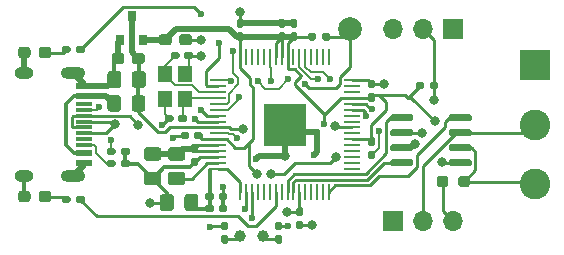
<source format=gbr>
%TF.GenerationSoftware,KiCad,Pcbnew,5.1.8*%
%TF.CreationDate,2020-12-05T00:24:13-05:00*%
%TF.ProjectId,cantankerous,63616e74-616e-46b6-9572-6f75732e6b69,rev?*%
%TF.SameCoordinates,Original*%
%TF.FileFunction,Copper,L1,Top*%
%TF.FilePolarity,Positive*%
%FSLAX46Y46*%
G04 Gerber Fmt 4.6, Leading zero omitted, Abs format (unit mm)*
G04 Created by KiCad (PCBNEW 5.1.8) date 2020-12-05 00:24:13*
%MOMM*%
%LPD*%
G01*
G04 APERTURE LIST*
%TA.AperFunction,ComponentPad*%
%ADD10C,2.600000*%
%TD*%
%TA.AperFunction,ComponentPad*%
%ADD11R,2.600000X2.600000*%
%TD*%
%TA.AperFunction,ComponentPad*%
%ADD12C,1.000000*%
%TD*%
%TA.AperFunction,SMDPad,CuDef*%
%ADD13R,3.606800X3.606800*%
%TD*%
%TA.AperFunction,SMDPad,CuDef*%
%ADD14R,1.346200X0.228600*%
%TD*%
%TA.AperFunction,SMDPad,CuDef*%
%ADD15R,0.228600X1.346200*%
%TD*%
%TA.AperFunction,SMDPad,CuDef*%
%ADD16R,1.200000X1.400000*%
%TD*%
%TA.AperFunction,SMDPad,CuDef*%
%ADD17R,0.800000X0.900000*%
%TD*%
%TA.AperFunction,ComponentPad*%
%ADD18O,1.600000X1.000000*%
%TD*%
%TA.AperFunction,ComponentPad*%
%ADD19O,2.100000X1.000000*%
%TD*%
%TA.AperFunction,SMDPad,CuDef*%
%ADD20R,1.450000X0.300000*%
%TD*%
%TA.AperFunction,SMDPad,CuDef*%
%ADD21R,1.450000X0.600000*%
%TD*%
%TA.AperFunction,ComponentPad*%
%ADD22O,1.700000X1.700000*%
%TD*%
%TA.AperFunction,ComponentPad*%
%ADD23R,1.700000X1.700000*%
%TD*%
%TA.AperFunction,SMDPad,CuDef*%
%ADD24C,2.000000*%
%TD*%
%TA.AperFunction,ViaPad*%
%ADD25C,0.800000*%
%TD*%
%TA.AperFunction,ViaPad*%
%ADD26C,0.600000*%
%TD*%
%TA.AperFunction,Conductor*%
%ADD27C,0.200000*%
%TD*%
%TA.AperFunction,Conductor*%
%ADD28C,0.375000*%
%TD*%
%TA.AperFunction,Conductor*%
%ADD29C,0.250000*%
%TD*%
%TA.AperFunction,Conductor*%
%ADD30C,0.500000*%
%TD*%
%TA.AperFunction,Conductor*%
%ADD31C,0.127000*%
%TD*%
%TA.AperFunction,Conductor*%
%ADD32C,0.177800*%
%TD*%
G04 APERTURE END LIST*
D10*
%TO.P,J3,3*%
%TO.N,/CANL*%
X165989000Y-110410000D03*
%TO.P,J3,2*%
%TO.N,/CANH*%
X165989000Y-105410000D03*
D11*
%TO.P,J3,1*%
%TO.N,GND*%
X165989000Y-100410000D03*
%TD*%
D12*
%TO.P,Y2,1*%
%TO.N,Net-(C17-Pad1)*%
X141033500Y-114871500D03*
%TO.P,Y2,2*%
%TO.N,Net-(C18-Pad2)*%
X142933500Y-114871500D03*
%TD*%
D13*
%TO.P,U1,65*%
%TO.N,GND*%
X144780000Y-105410000D03*
D14*
%TO.P,U1,64*%
X150456900Y-101660000D03*
%TO.P,U1,63*%
%TO.N,Net-(U1-Pad63)*%
X150456900Y-102159999D03*
%TO.P,U1,62*%
%TO.N,Net-(U1-Pad62)*%
X150456900Y-102660000D03*
%TO.P,U1,61*%
%TO.N,+3V3*%
X150456900Y-103159999D03*
%TO.P,U1,60*%
%TO.N,/LPC_TX*%
X150456900Y-103660001D03*
%TO.P,U1,59*%
%TO.N,/LPC_RX*%
X150456900Y-104160000D03*
%TO.P,U1,58*%
%TO.N,Net-(U1-Pad58)*%
X150456900Y-104659999D03*
%TO.P,U1,57*%
%TO.N,Net-(U1-Pad57)*%
X150456900Y-105160000D03*
%TO.P,U1,56*%
%TO.N,/ISP_BOOT*%
X150456900Y-105660000D03*
%TO.P,U1,55*%
%TO.N,Net-(U1-Pad55)*%
X150456900Y-106160001D03*
%TO.P,U1,54*%
%TO.N,+3V3*%
X150456900Y-106660000D03*
%TO.P,U1,53*%
%TO.N,Net-(U1-Pad53)*%
X150456900Y-107159999D03*
%TO.P,U1,52*%
%TO.N,Net-(U1-Pad52)*%
X150456900Y-107660001D03*
%TO.P,U1,51*%
%TO.N,Net-(U1-Pad51)*%
X150456900Y-108160000D03*
%TO.P,U1,50*%
%TO.N,Net-(U1-Pad50)*%
X150456900Y-108660001D03*
%TO.P,U1,49*%
%TO.N,Net-(U1-Pad49)*%
X150456900Y-109160000D03*
D15*
%TO.P,U1,48*%
%TO.N,/CAN_SILENT*%
X148530000Y-111086900D03*
%TO.P,U1,47*%
%TO.N,Net-(U1-Pad47)*%
X148030001Y-111086900D03*
%TO.P,U1,46*%
%TO.N,Net-(U1-Pad46)*%
X147530000Y-111086900D03*
%TO.P,U1,45*%
%TO.N,Net-(U1-Pad45)*%
X147030001Y-111086900D03*
%TO.P,U1,44*%
%TO.N,Net-(U1-Pad44)*%
X146529999Y-111086900D03*
%TO.P,U1,43*%
%TO.N,+3V3*%
X146030000Y-111086900D03*
%TO.P,U1,42*%
%TO.N,/CAN_RD*%
X145530001Y-111086900D03*
%TO.P,U1,41*%
%TO.N,/CAN_TD*%
X145030000Y-111086900D03*
%TO.P,U1,40*%
%TO.N,Net-(U1-Pad40)*%
X144530000Y-111086900D03*
%TO.P,U1,39*%
%TO.N,/PWR*%
X144029999Y-111086900D03*
%TO.P,U1,38*%
%TO.N,Net-(U1-Pad38)*%
X143530000Y-111086900D03*
%TO.P,U1,37*%
%TO.N,Net-(U1-Pad37)*%
X143030001Y-111086900D03*
%TO.P,U1,36*%
%TO.N,Net-(U1-Pad36)*%
X142529999Y-111086900D03*
%TO.P,U1,35*%
%TO.N,Net-(C18-Pad2)*%
X142030000Y-111086900D03*
%TO.P,U1,34*%
%TO.N,Net-(C17-Pad1)*%
X141529999Y-111086900D03*
%TO.P,U1,33*%
%TO.N,Net-(C10-Pad1)*%
X141030000Y-111086900D03*
D14*
%TO.P,U1,32*%
X139103100Y-109160000D03*
%TO.P,U1,31*%
%TO.N,Net-(L1-Pad1)*%
X139103100Y-108660001D03*
%TO.P,U1,30*%
%TO.N,GND*%
X139103100Y-108160000D03*
%TO.P,U1,29*%
%TO.N,Net-(C11-Pad2)*%
X139103100Y-107660001D03*
%TO.P,U1,28*%
X139103100Y-107159999D03*
%TO.P,U1,27*%
%TO.N,+3V3*%
X139103100Y-106660000D03*
%TO.P,U1,26*%
%TO.N,GND*%
X139103100Y-106160001D03*
%TO.P,U1,25*%
%TO.N,/FUSED_5V*%
X139103100Y-105660000D03*
%TO.P,U1,24*%
%TO.N,/USB_D-*%
X139103100Y-105160000D03*
%TO.P,U1,23*%
%TO.N,/USB_D+*%
X139103100Y-104659999D03*
%TO.P,U1,22*%
%TO.N,GND*%
X139103100Y-104160000D03*
%TO.P,U1,21*%
%TO.N,/~RESET*%
X139103100Y-103660001D03*
%TO.P,U1,20*%
%TO.N,Net-(C13-Pad1)*%
X139103100Y-103159999D03*
%TO.P,U1,19*%
%TO.N,Net-(C14-Pad2)*%
X139103100Y-102660000D03*
%TO.P,U1,18*%
%TO.N,/ACT*%
X139103100Y-102159999D03*
%TO.P,U1,17*%
%TO.N,/SWO*%
X139103100Y-101660000D03*
D15*
%TO.P,U1,16*%
%TO.N,+3V3*%
X141030000Y-99733100D03*
%TO.P,U1,15*%
%TO.N,Net-(U1-Pad15)*%
X141529999Y-99733100D03*
%TO.P,U1,14*%
%TO.N,Net-(U1-Pad14)*%
X142030000Y-99733100D03*
%TO.P,U1,13*%
%TO.N,Net-(U1-Pad13)*%
X142529999Y-99733100D03*
%TO.P,U1,12*%
%TO.N,Net-(U1-Pad12)*%
X143030001Y-99733100D03*
%TO.P,U1,11*%
%TO.N,GND*%
X143530000Y-99733100D03*
%TO.P,U1,10*%
%TO.N,+3V3*%
X144029999Y-99733100D03*
%TO.P,U1,9*%
X144530000Y-99733100D03*
%TO.P,U1,8*%
X145030000Y-99733100D03*
%TO.P,U1,7*%
%TO.N,Net-(U1-Pad7)*%
X145530001Y-99733100D03*
%TO.P,U1,6*%
%TO.N,/SWCLK*%
X146030000Y-99733100D03*
%TO.P,U1,5*%
%TO.N,/SWDIO*%
X146529999Y-99733100D03*
%TO.P,U1,4*%
%TO.N,Net-(U1-Pad4)*%
X147030001Y-99733100D03*
%TO.P,U1,3*%
%TO.N,Net-(U1-Pad3)*%
X147530000Y-99733100D03*
%TO.P,U1,2*%
%TO.N,Net-(U1-Pad2)*%
X148030001Y-99733100D03*
%TO.P,U1,1*%
%TO.N,Net-(U1-Pad1)*%
X148530000Y-99733100D03*
%TD*%
D16*
%TO.P,Y1,4*%
%TO.N,GND*%
X134620000Y-103292000D03*
%TO.P,Y1,3*%
%TO.N,Net-(C14-Pad2)*%
X134620000Y-101092000D03*
%TO.P,Y1,2*%
%TO.N,GND*%
X136320000Y-101092000D03*
%TO.P,Y1,1*%
%TO.N,Net-(C13-Pad1)*%
X136320000Y-103292000D03*
%TD*%
%TO.P,C19,2*%
%TO.N,GND*%
%TA.AperFunction,SMDPad,CuDef*%
G36*
G01*
X130953000Y-101125000D02*
X130953000Y-102075000D01*
G75*
G02*
X130703000Y-102325000I-250000J0D01*
G01*
X130028000Y-102325000D01*
G75*
G02*
X129778000Y-102075000I0J250000D01*
G01*
X129778000Y-101125000D01*
G75*
G02*
X130028000Y-100875000I250000J0D01*
G01*
X130703000Y-100875000D01*
G75*
G02*
X130953000Y-101125000I0J-250000D01*
G01*
G37*
%TD.AperFunction*%
%TO.P,C19,1*%
%TO.N,/FUSED_5V*%
%TA.AperFunction,SMDPad,CuDef*%
G36*
G01*
X133028000Y-101125000D02*
X133028000Y-102075000D01*
G75*
G02*
X132778000Y-102325000I-250000J0D01*
G01*
X132103000Y-102325000D01*
G75*
G02*
X131853000Y-102075000I0J250000D01*
G01*
X131853000Y-101125000D01*
G75*
G02*
X132103000Y-100875000I250000J0D01*
G01*
X132778000Y-100875000D01*
G75*
G02*
X133028000Y-101125000I0J-250000D01*
G01*
G37*
%TD.AperFunction*%
%TD*%
%TO.P,C2,2*%
%TO.N,GND*%
%TA.AperFunction,SMDPad,CuDef*%
G36*
G01*
X135860500Y-98472000D02*
X135860500Y-97997000D01*
G75*
G02*
X136098000Y-97759500I237500J0D01*
G01*
X136698000Y-97759500D01*
G75*
G02*
X136935500Y-97997000I0J-237500D01*
G01*
X136935500Y-98472000D01*
G75*
G02*
X136698000Y-98709500I-237500J0D01*
G01*
X136098000Y-98709500D01*
G75*
G02*
X135860500Y-98472000I0J237500D01*
G01*
G37*
%TD.AperFunction*%
%TO.P,C2,1*%
%TO.N,+3V3*%
%TA.AperFunction,SMDPad,CuDef*%
G36*
G01*
X134135500Y-98472000D02*
X134135500Y-97997000D01*
G75*
G02*
X134373000Y-97759500I237500J0D01*
G01*
X134973000Y-97759500D01*
G75*
G02*
X135210500Y-97997000I0J-237500D01*
G01*
X135210500Y-98472000D01*
G75*
G02*
X134973000Y-98709500I-237500J0D01*
G01*
X134373000Y-98709500D01*
G75*
G02*
X134135500Y-98472000I0J237500D01*
G01*
G37*
%TD.AperFunction*%
%TD*%
%TO.P,C1,2*%
%TO.N,GND*%
%TA.AperFunction,SMDPad,CuDef*%
G36*
G01*
X131210000Y-99584500D02*
X131210000Y-100059500D01*
G75*
G02*
X130972500Y-100297000I-237500J0D01*
G01*
X130372500Y-100297000D01*
G75*
G02*
X130135000Y-100059500I0J237500D01*
G01*
X130135000Y-99584500D01*
G75*
G02*
X130372500Y-99347000I237500J0D01*
G01*
X130972500Y-99347000D01*
G75*
G02*
X131210000Y-99584500I0J-237500D01*
G01*
G37*
%TD.AperFunction*%
%TO.P,C1,1*%
%TO.N,/FUSED_5V*%
%TA.AperFunction,SMDPad,CuDef*%
G36*
G01*
X132935000Y-99584500D02*
X132935000Y-100059500D01*
G75*
G02*
X132697500Y-100297000I-237500J0D01*
G01*
X132097500Y-100297000D01*
G75*
G02*
X131860000Y-100059500I0J237500D01*
G01*
X131860000Y-99584500D01*
G75*
G02*
X132097500Y-99347000I237500J0D01*
G01*
X132697500Y-99347000D01*
G75*
G02*
X132935000Y-99584500I0J-237500D01*
G01*
G37*
%TD.AperFunction*%
%TD*%
D17*
%TO.P,U2,3*%
%TO.N,/FUSED_5V*%
X131823500Y-96234500D03*
%TO.P,U2,2*%
%TO.N,+3V3*%
X132773500Y-98234500D03*
%TO.P,U2,1*%
%TO.N,GND*%
X130873500Y-98234500D03*
%TD*%
%TO.P,R10,2*%
%TO.N,Net-(D2-Pad2)*%
%TA.AperFunction,SMDPad,CuDef*%
G36*
G01*
X126659000Y-111600000D02*
X126659000Y-111920000D01*
G75*
G02*
X126499000Y-112080000I-160000J0D01*
G01*
X126104000Y-112080000D01*
G75*
G02*
X125944000Y-111920000I0J160000D01*
G01*
X125944000Y-111600000D01*
G75*
G02*
X126104000Y-111440000I160000J0D01*
G01*
X126499000Y-111440000D01*
G75*
G02*
X126659000Y-111600000I0J-160000D01*
G01*
G37*
%TD.AperFunction*%
%TO.P,R10,1*%
%TO.N,/PWR*%
%TA.AperFunction,SMDPad,CuDef*%
G36*
G01*
X127854000Y-111600000D02*
X127854000Y-111920000D01*
G75*
G02*
X127694000Y-112080000I-160000J0D01*
G01*
X127299000Y-112080000D01*
G75*
G02*
X127139000Y-111920000I0J160000D01*
G01*
X127139000Y-111600000D01*
G75*
G02*
X127299000Y-111440000I160000J0D01*
G01*
X127694000Y-111440000D01*
G75*
G02*
X127854000Y-111600000I0J-160000D01*
G01*
G37*
%TD.AperFunction*%
%TD*%
%TO.P,R9,2*%
%TO.N,Net-(D1-Pad2)*%
%TA.AperFunction,SMDPad,CuDef*%
G36*
G01*
X126659000Y-98900000D02*
X126659000Y-99220000D01*
G75*
G02*
X126499000Y-99380000I-160000J0D01*
G01*
X126104000Y-99380000D01*
G75*
G02*
X125944000Y-99220000I0J160000D01*
G01*
X125944000Y-98900000D01*
G75*
G02*
X126104000Y-98740000I160000J0D01*
G01*
X126499000Y-98740000D01*
G75*
G02*
X126659000Y-98900000I0J-160000D01*
G01*
G37*
%TD.AperFunction*%
%TO.P,R9,1*%
%TO.N,/ACT*%
%TA.AperFunction,SMDPad,CuDef*%
G36*
G01*
X127854000Y-98900000D02*
X127854000Y-99220000D01*
G75*
G02*
X127694000Y-99380000I-160000J0D01*
G01*
X127299000Y-99380000D01*
G75*
G02*
X127139000Y-99220000I0J160000D01*
G01*
X127139000Y-98900000D01*
G75*
G02*
X127299000Y-98740000I160000J0D01*
G01*
X127694000Y-98740000D01*
G75*
G02*
X127854000Y-98900000I0J-160000D01*
G01*
G37*
%TD.AperFunction*%
%TD*%
%TO.P,D2,2*%
%TO.N,Net-(D2-Pad2)*%
%TA.AperFunction,SMDPad,CuDef*%
G36*
G01*
X123970500Y-111743500D02*
X123970500Y-111268500D01*
G75*
G02*
X124208000Y-111031000I237500J0D01*
G01*
X124783000Y-111031000D01*
G75*
G02*
X125020500Y-111268500I0J-237500D01*
G01*
X125020500Y-111743500D01*
G75*
G02*
X124783000Y-111981000I-237500J0D01*
G01*
X124208000Y-111981000D01*
G75*
G02*
X123970500Y-111743500I0J237500D01*
G01*
G37*
%TD.AperFunction*%
%TO.P,D2,1*%
%TO.N,GND*%
%TA.AperFunction,SMDPad,CuDef*%
G36*
G01*
X122220500Y-111743500D02*
X122220500Y-111268500D01*
G75*
G02*
X122458000Y-111031000I237500J0D01*
G01*
X123033000Y-111031000D01*
G75*
G02*
X123270500Y-111268500I0J-237500D01*
G01*
X123270500Y-111743500D01*
G75*
G02*
X123033000Y-111981000I-237500J0D01*
G01*
X122458000Y-111981000D01*
G75*
G02*
X122220500Y-111743500I0J237500D01*
G01*
G37*
%TD.AperFunction*%
%TD*%
%TO.P,D1,2*%
%TO.N,Net-(D1-Pad2)*%
%TA.AperFunction,SMDPad,CuDef*%
G36*
G01*
X123970500Y-99551500D02*
X123970500Y-99076500D01*
G75*
G02*
X124208000Y-98839000I237500J0D01*
G01*
X124783000Y-98839000D01*
G75*
G02*
X125020500Y-99076500I0J-237500D01*
G01*
X125020500Y-99551500D01*
G75*
G02*
X124783000Y-99789000I-237500J0D01*
G01*
X124208000Y-99789000D01*
G75*
G02*
X123970500Y-99551500I0J237500D01*
G01*
G37*
%TD.AperFunction*%
%TO.P,D1,1*%
%TO.N,GND*%
%TA.AperFunction,SMDPad,CuDef*%
G36*
G01*
X122220500Y-99551500D02*
X122220500Y-99076500D01*
G75*
G02*
X122458000Y-98839000I237500J0D01*
G01*
X123033000Y-98839000D01*
G75*
G02*
X123270500Y-99076500I0J-237500D01*
G01*
X123270500Y-99551500D01*
G75*
G02*
X123033000Y-99789000I-237500J0D01*
G01*
X122458000Y-99789000D01*
G75*
G02*
X122220500Y-99551500I0J237500D01*
G01*
G37*
%TD.AperFunction*%
%TD*%
%TO.P,C3,1*%
%TO.N,GND*%
%TA.AperFunction,SMDPad,CuDef*%
G36*
G01*
X135975000Y-106517500D02*
X135975000Y-106207500D01*
G75*
G02*
X136130000Y-106052500I155000J0D01*
G01*
X136555000Y-106052500D01*
G75*
G02*
X136710000Y-106207500I0J-155000D01*
G01*
X136710000Y-106517500D01*
G75*
G02*
X136555000Y-106672500I-155000J0D01*
G01*
X136130000Y-106672500D01*
G75*
G02*
X135975000Y-106517500I0J155000D01*
G01*
G37*
%TD.AperFunction*%
%TO.P,C3,2*%
%TO.N,+3V3*%
%TA.AperFunction,SMDPad,CuDef*%
G36*
G01*
X137110000Y-106517500D02*
X137110000Y-106207500D01*
G75*
G02*
X137265000Y-106052500I155000J0D01*
G01*
X137690000Y-106052500D01*
G75*
G02*
X137845000Y-106207500I0J-155000D01*
G01*
X137845000Y-106517500D01*
G75*
G02*
X137690000Y-106672500I-155000J0D01*
G01*
X137265000Y-106672500D01*
G75*
G02*
X137110000Y-106517500I0J155000D01*
G01*
G37*
%TD.AperFunction*%
%TD*%
%TO.P,C4,1*%
%TO.N,GND*%
%TA.AperFunction,SMDPad,CuDef*%
G36*
G01*
X140878500Y-96478000D02*
X141188500Y-96478000D01*
G75*
G02*
X141343500Y-96633000I0J-155000D01*
G01*
X141343500Y-97058000D01*
G75*
G02*
X141188500Y-97213000I-155000J0D01*
G01*
X140878500Y-97213000D01*
G75*
G02*
X140723500Y-97058000I0J155000D01*
G01*
X140723500Y-96633000D01*
G75*
G02*
X140878500Y-96478000I155000J0D01*
G01*
G37*
%TD.AperFunction*%
%TO.P,C4,2*%
%TO.N,+3V3*%
%TA.AperFunction,SMDPad,CuDef*%
G36*
G01*
X140878500Y-97613000D02*
X141188500Y-97613000D01*
G75*
G02*
X141343500Y-97768000I0J-155000D01*
G01*
X141343500Y-98193000D01*
G75*
G02*
X141188500Y-98348000I-155000J0D01*
G01*
X140878500Y-98348000D01*
G75*
G02*
X140723500Y-98193000I0J155000D01*
G01*
X140723500Y-97768000D01*
G75*
G02*
X140878500Y-97613000I155000J0D01*
G01*
G37*
%TD.AperFunction*%
%TD*%
%TO.P,C5,2*%
%TO.N,+3V3*%
%TA.AperFunction,SMDPad,CuDef*%
G36*
G01*
X151991000Y-102756500D02*
X152301000Y-102756500D01*
G75*
G02*
X152456000Y-102911500I0J-155000D01*
G01*
X152456000Y-103336500D01*
G75*
G02*
X152301000Y-103491500I-155000J0D01*
G01*
X151991000Y-103491500D01*
G75*
G02*
X151836000Y-103336500I0J155000D01*
G01*
X151836000Y-102911500D01*
G75*
G02*
X151991000Y-102756500I155000J0D01*
G01*
G37*
%TD.AperFunction*%
%TO.P,C5,1*%
%TO.N,GND*%
%TA.AperFunction,SMDPad,CuDef*%
G36*
G01*
X151991000Y-101621500D02*
X152301000Y-101621500D01*
G75*
G02*
X152456000Y-101776500I0J-155000D01*
G01*
X152456000Y-102201500D01*
G75*
G02*
X152301000Y-102356500I-155000J0D01*
G01*
X151991000Y-102356500D01*
G75*
G02*
X151836000Y-102201500I0J155000D01*
G01*
X151836000Y-101776500D01*
G75*
G02*
X151991000Y-101621500I155000J0D01*
G01*
G37*
%TD.AperFunction*%
%TD*%
%TO.P,C6,1*%
%TO.N,GND*%
%TA.AperFunction,SMDPad,CuDef*%
G36*
G01*
X145387000Y-96478000D02*
X145697000Y-96478000D01*
G75*
G02*
X145852000Y-96633000I0J-155000D01*
G01*
X145852000Y-97058000D01*
G75*
G02*
X145697000Y-97213000I-155000J0D01*
G01*
X145387000Y-97213000D01*
G75*
G02*
X145232000Y-97058000I0J155000D01*
G01*
X145232000Y-96633000D01*
G75*
G02*
X145387000Y-96478000I155000J0D01*
G01*
G37*
%TD.AperFunction*%
%TO.P,C6,2*%
%TO.N,+3V3*%
%TA.AperFunction,SMDPad,CuDef*%
G36*
G01*
X145387000Y-97613000D02*
X145697000Y-97613000D01*
G75*
G02*
X145852000Y-97768000I0J-155000D01*
G01*
X145852000Y-98193000D01*
G75*
G02*
X145697000Y-98348000I-155000J0D01*
G01*
X145387000Y-98348000D01*
G75*
G02*
X145232000Y-98193000I0J155000D01*
G01*
X145232000Y-97768000D01*
G75*
G02*
X145387000Y-97613000I155000J0D01*
G01*
G37*
%TD.AperFunction*%
%TD*%
%TO.P,C7,1*%
%TO.N,GND*%
%TA.AperFunction,SMDPad,CuDef*%
G36*
G01*
X144371000Y-96470000D02*
X144681000Y-96470000D01*
G75*
G02*
X144836000Y-96625000I0J-155000D01*
G01*
X144836000Y-97050000D01*
G75*
G02*
X144681000Y-97205000I-155000J0D01*
G01*
X144371000Y-97205000D01*
G75*
G02*
X144216000Y-97050000I0J155000D01*
G01*
X144216000Y-96625000D01*
G75*
G02*
X144371000Y-96470000I155000J0D01*
G01*
G37*
%TD.AperFunction*%
%TO.P,C7,2*%
%TO.N,+3V3*%
%TA.AperFunction,SMDPad,CuDef*%
G36*
G01*
X144371000Y-97605000D02*
X144681000Y-97605000D01*
G75*
G02*
X144836000Y-97760000I0J-155000D01*
G01*
X144836000Y-98185000D01*
G75*
G02*
X144681000Y-98340000I-155000J0D01*
G01*
X144371000Y-98340000D01*
G75*
G02*
X144216000Y-98185000I0J155000D01*
G01*
X144216000Y-97760000D01*
G75*
G02*
X144371000Y-97605000I155000J0D01*
G01*
G37*
%TD.AperFunction*%
%TD*%
%TO.P,C8,1*%
%TO.N,GND*%
%TA.AperFunction,SMDPad,CuDef*%
G36*
G01*
X146205000Y-114286500D02*
X145895000Y-114286500D01*
G75*
G02*
X145740000Y-114131500I0J155000D01*
G01*
X145740000Y-113706500D01*
G75*
G02*
X145895000Y-113551500I155000J0D01*
G01*
X146205000Y-113551500D01*
G75*
G02*
X146360000Y-113706500I0J-155000D01*
G01*
X146360000Y-114131500D01*
G75*
G02*
X146205000Y-114286500I-155000J0D01*
G01*
G37*
%TD.AperFunction*%
%TO.P,C8,2*%
%TO.N,+3V3*%
%TA.AperFunction,SMDPad,CuDef*%
G36*
G01*
X146205000Y-113151500D02*
X145895000Y-113151500D01*
G75*
G02*
X145740000Y-112996500I0J155000D01*
G01*
X145740000Y-112571500D01*
G75*
G02*
X145895000Y-112416500I155000J0D01*
G01*
X146205000Y-112416500D01*
G75*
G02*
X146360000Y-112571500I0J-155000D01*
G01*
X146360000Y-112996500D01*
G75*
G02*
X146205000Y-113151500I-155000J0D01*
G01*
G37*
%TD.AperFunction*%
%TD*%
%TO.P,C9,2*%
%TO.N,+3V3*%
%TA.AperFunction,SMDPad,CuDef*%
G36*
G01*
X152301000Y-107238000D02*
X151991000Y-107238000D01*
G75*
G02*
X151836000Y-107083000I0J155000D01*
G01*
X151836000Y-106658000D01*
G75*
G02*
X151991000Y-106503000I155000J0D01*
G01*
X152301000Y-106503000D01*
G75*
G02*
X152456000Y-106658000I0J-155000D01*
G01*
X152456000Y-107083000D01*
G75*
G02*
X152301000Y-107238000I-155000J0D01*
G01*
G37*
%TD.AperFunction*%
%TO.P,C9,1*%
%TO.N,GND*%
%TA.AperFunction,SMDPad,CuDef*%
G36*
G01*
X152301000Y-108373000D02*
X151991000Y-108373000D01*
G75*
G02*
X151836000Y-108218000I0J155000D01*
G01*
X151836000Y-107793000D01*
G75*
G02*
X151991000Y-107638000I155000J0D01*
G01*
X152301000Y-107638000D01*
G75*
G02*
X152456000Y-107793000I0J-155000D01*
G01*
X152456000Y-108218000D01*
G75*
G02*
X152301000Y-108373000I-155000J0D01*
G01*
G37*
%TD.AperFunction*%
%TD*%
%TO.P,C10,2*%
%TO.N,GND*%
%TA.AperFunction,SMDPad,CuDef*%
G36*
G01*
X139197500Y-111661000D02*
X139197500Y-111351000D01*
G75*
G02*
X139352500Y-111196000I155000J0D01*
G01*
X139777500Y-111196000D01*
G75*
G02*
X139932500Y-111351000I0J-155000D01*
G01*
X139932500Y-111661000D01*
G75*
G02*
X139777500Y-111816000I-155000J0D01*
G01*
X139352500Y-111816000D01*
G75*
G02*
X139197500Y-111661000I0J155000D01*
G01*
G37*
%TD.AperFunction*%
%TO.P,C10,1*%
%TO.N,Net-(C10-Pad1)*%
%TA.AperFunction,SMDPad,CuDef*%
G36*
G01*
X138062500Y-111661000D02*
X138062500Y-111351000D01*
G75*
G02*
X138217500Y-111196000I155000J0D01*
G01*
X138642500Y-111196000D01*
G75*
G02*
X138797500Y-111351000I0J-155000D01*
G01*
X138797500Y-111661000D01*
G75*
G02*
X138642500Y-111816000I-155000J0D01*
G01*
X138217500Y-111816000D01*
G75*
G02*
X138062500Y-111661000I0J155000D01*
G01*
G37*
%TD.AperFunction*%
%TD*%
%TO.P,C11,2*%
%TO.N,Net-(C11-Pad2)*%
%TA.AperFunction,SMDPad,CuDef*%
G36*
G01*
X137315000Y-107809500D02*
X137005000Y-107809500D01*
G75*
G02*
X136850000Y-107654500I0J155000D01*
G01*
X136850000Y-107229500D01*
G75*
G02*
X137005000Y-107074500I155000J0D01*
G01*
X137315000Y-107074500D01*
G75*
G02*
X137470000Y-107229500I0J-155000D01*
G01*
X137470000Y-107654500D01*
G75*
G02*
X137315000Y-107809500I-155000J0D01*
G01*
G37*
%TD.AperFunction*%
%TO.P,C11,1*%
%TO.N,GND*%
%TA.AperFunction,SMDPad,CuDef*%
G36*
G01*
X137315000Y-108944500D02*
X137005000Y-108944500D01*
G75*
G02*
X136850000Y-108789500I0J155000D01*
G01*
X136850000Y-108364500D01*
G75*
G02*
X137005000Y-108209500I155000J0D01*
G01*
X137315000Y-108209500D01*
G75*
G02*
X137470000Y-108364500I0J-155000D01*
G01*
X137470000Y-108789500D01*
G75*
G02*
X137315000Y-108944500I-155000J0D01*
G01*
G37*
%TD.AperFunction*%
%TD*%
%TO.P,C12,1*%
%TO.N,Net-(C10-Pad1)*%
%TA.AperFunction,SMDPad,CuDef*%
G36*
G01*
X138062500Y-112677000D02*
X138062500Y-112367000D01*
G75*
G02*
X138217500Y-112212000I155000J0D01*
G01*
X138642500Y-112212000D01*
G75*
G02*
X138797500Y-112367000I0J-155000D01*
G01*
X138797500Y-112677000D01*
G75*
G02*
X138642500Y-112832000I-155000J0D01*
G01*
X138217500Y-112832000D01*
G75*
G02*
X138062500Y-112677000I0J155000D01*
G01*
G37*
%TD.AperFunction*%
%TO.P,C12,2*%
%TO.N,GND*%
%TA.AperFunction,SMDPad,CuDef*%
G36*
G01*
X139197500Y-112677000D02*
X139197500Y-112367000D01*
G75*
G02*
X139352500Y-112212000I155000J0D01*
G01*
X139777500Y-112212000D01*
G75*
G02*
X139932500Y-112367000I0J-155000D01*
G01*
X139932500Y-112677000D01*
G75*
G02*
X139777500Y-112832000I-155000J0D01*
G01*
X139352500Y-112832000D01*
G75*
G02*
X139197500Y-112677000I0J155000D01*
G01*
G37*
%TD.AperFunction*%
%TD*%
%TO.P,C13,2*%
%TO.N,GND*%
%TA.AperFunction,SMDPad,CuDef*%
G36*
G01*
X135376500Y-104747000D02*
X135376500Y-105057000D01*
G75*
G02*
X135221500Y-105212000I-155000J0D01*
G01*
X134796500Y-105212000D01*
G75*
G02*
X134641500Y-105057000I0J155000D01*
G01*
X134641500Y-104747000D01*
G75*
G02*
X134796500Y-104592000I155000J0D01*
G01*
X135221500Y-104592000D01*
G75*
G02*
X135376500Y-104747000I0J-155000D01*
G01*
G37*
%TD.AperFunction*%
%TO.P,C13,1*%
%TO.N,Net-(C13-Pad1)*%
%TA.AperFunction,SMDPad,CuDef*%
G36*
G01*
X136511500Y-104747000D02*
X136511500Y-105057000D01*
G75*
G02*
X136356500Y-105212000I-155000J0D01*
G01*
X135931500Y-105212000D01*
G75*
G02*
X135776500Y-105057000I0J155000D01*
G01*
X135776500Y-104747000D01*
G75*
G02*
X135931500Y-104592000I155000J0D01*
G01*
X136356500Y-104592000D01*
G75*
G02*
X136511500Y-104747000I0J-155000D01*
G01*
G37*
%TD.AperFunction*%
%TD*%
%TO.P,C14,1*%
%TO.N,GND*%
%TA.AperFunction,SMDPad,CuDef*%
G36*
G01*
X137019500Y-99413000D02*
X137019500Y-99723000D01*
G75*
G02*
X136864500Y-99878000I-155000J0D01*
G01*
X136439500Y-99878000D01*
G75*
G02*
X136284500Y-99723000I0J155000D01*
G01*
X136284500Y-99413000D01*
G75*
G02*
X136439500Y-99258000I155000J0D01*
G01*
X136864500Y-99258000D01*
G75*
G02*
X137019500Y-99413000I0J-155000D01*
G01*
G37*
%TD.AperFunction*%
%TO.P,C14,2*%
%TO.N,Net-(C14-Pad2)*%
%TA.AperFunction,SMDPad,CuDef*%
G36*
G01*
X135884500Y-99413000D02*
X135884500Y-99723000D01*
G75*
G02*
X135729500Y-99878000I-155000J0D01*
G01*
X135304500Y-99878000D01*
G75*
G02*
X135149500Y-99723000I0J155000D01*
G01*
X135149500Y-99413000D01*
G75*
G02*
X135304500Y-99258000I155000J0D01*
G01*
X135729500Y-99258000D01*
G75*
G02*
X135884500Y-99413000I0J-155000D01*
G01*
G37*
%TD.AperFunction*%
%TD*%
%TO.P,C15,1*%
%TO.N,Net-(C10-Pad1)*%
%TA.AperFunction,SMDPad,CuDef*%
G36*
G01*
X137473000Y-111539000D02*
X137473000Y-112489000D01*
G75*
G02*
X137223000Y-112739000I-250000J0D01*
G01*
X136548000Y-112739000D01*
G75*
G02*
X136298000Y-112489000I0J250000D01*
G01*
X136298000Y-111539000D01*
G75*
G02*
X136548000Y-111289000I250000J0D01*
G01*
X137223000Y-111289000D01*
G75*
G02*
X137473000Y-111539000I0J-250000D01*
G01*
G37*
%TD.AperFunction*%
%TO.P,C15,2*%
%TO.N,GND*%
%TA.AperFunction,SMDPad,CuDef*%
G36*
G01*
X135398000Y-111539000D02*
X135398000Y-112489000D01*
G75*
G02*
X135148000Y-112739000I-250000J0D01*
G01*
X134473000Y-112739000D01*
G75*
G02*
X134223000Y-112489000I0J250000D01*
G01*
X134223000Y-111539000D01*
G75*
G02*
X134473000Y-111289000I250000J0D01*
G01*
X135148000Y-111289000D01*
G75*
G02*
X135398000Y-111539000I0J-250000D01*
G01*
G37*
%TD.AperFunction*%
%TD*%
%TO.P,C16,2*%
%TO.N,Net-(C11-Pad2)*%
%TA.AperFunction,SMDPad,CuDef*%
G36*
G01*
X134079000Y-108494500D02*
X133129000Y-108494500D01*
G75*
G02*
X132879000Y-108244500I0J250000D01*
G01*
X132879000Y-107569500D01*
G75*
G02*
X133129000Y-107319500I250000J0D01*
G01*
X134079000Y-107319500D01*
G75*
G02*
X134329000Y-107569500I0J-250000D01*
G01*
X134329000Y-108244500D01*
G75*
G02*
X134079000Y-108494500I-250000J0D01*
G01*
G37*
%TD.AperFunction*%
%TO.P,C16,1*%
%TO.N,GND*%
%TA.AperFunction,SMDPad,CuDef*%
G36*
G01*
X134079000Y-110569500D02*
X133129000Y-110569500D01*
G75*
G02*
X132879000Y-110319500I0J250000D01*
G01*
X132879000Y-109644500D01*
G75*
G02*
X133129000Y-109394500I250000J0D01*
G01*
X134079000Y-109394500D01*
G75*
G02*
X134329000Y-109644500I0J-250000D01*
G01*
X134329000Y-110319500D01*
G75*
G02*
X134079000Y-110569500I-250000J0D01*
G01*
G37*
%TD.AperFunction*%
%TD*%
%TO.P,C17,1*%
%TO.N,Net-(C17-Pad1)*%
%TA.AperFunction,SMDPad,CuDef*%
G36*
G01*
X139855000Y-115493000D02*
X139545000Y-115493000D01*
G75*
G02*
X139390000Y-115338000I0J155000D01*
G01*
X139390000Y-114913000D01*
G75*
G02*
X139545000Y-114758000I155000J0D01*
G01*
X139855000Y-114758000D01*
G75*
G02*
X140010000Y-114913000I0J-155000D01*
G01*
X140010000Y-115338000D01*
G75*
G02*
X139855000Y-115493000I-155000J0D01*
G01*
G37*
%TD.AperFunction*%
%TO.P,C17,2*%
%TO.N,GND*%
%TA.AperFunction,SMDPad,CuDef*%
G36*
G01*
X139855000Y-114358000D02*
X139545000Y-114358000D01*
G75*
G02*
X139390000Y-114203000I0J155000D01*
G01*
X139390000Y-113778000D01*
G75*
G02*
X139545000Y-113623000I155000J0D01*
G01*
X139855000Y-113623000D01*
G75*
G02*
X140010000Y-113778000I0J-155000D01*
G01*
X140010000Y-114203000D01*
G75*
G02*
X139855000Y-114358000I-155000J0D01*
G01*
G37*
%TD.AperFunction*%
%TD*%
%TO.P,C18,1*%
%TO.N,GND*%
%TA.AperFunction,SMDPad,CuDef*%
G36*
G01*
X144117000Y-113623000D02*
X144427000Y-113623000D01*
G75*
G02*
X144582000Y-113778000I0J-155000D01*
G01*
X144582000Y-114203000D01*
G75*
G02*
X144427000Y-114358000I-155000J0D01*
G01*
X144117000Y-114358000D01*
G75*
G02*
X143962000Y-114203000I0J155000D01*
G01*
X143962000Y-113778000D01*
G75*
G02*
X144117000Y-113623000I155000J0D01*
G01*
G37*
%TD.AperFunction*%
%TO.P,C18,2*%
%TO.N,Net-(C18-Pad2)*%
%TA.AperFunction,SMDPad,CuDef*%
G36*
G01*
X144117000Y-114758000D02*
X144427000Y-114758000D01*
G75*
G02*
X144582000Y-114913000I0J-155000D01*
G01*
X144582000Y-115338000D01*
G75*
G02*
X144427000Y-115493000I-155000J0D01*
G01*
X144117000Y-115493000D01*
G75*
G02*
X143962000Y-115338000I0J155000D01*
G01*
X143962000Y-114913000D01*
G75*
G02*
X144117000Y-114758000I155000J0D01*
G01*
G37*
%TD.AperFunction*%
%TD*%
%TO.P,F1,1*%
%TO.N,/FUSED_5V*%
%TA.AperFunction,SMDPad,CuDef*%
G36*
G01*
X132981500Y-103181999D02*
X132981500Y-104082001D01*
G75*
G02*
X132731501Y-104332000I-249999J0D01*
G01*
X132081499Y-104332000D01*
G75*
G02*
X131831500Y-104082001I0J249999D01*
G01*
X131831500Y-103181999D01*
G75*
G02*
X132081499Y-102932000I249999J0D01*
G01*
X132731501Y-102932000D01*
G75*
G02*
X132981500Y-103181999I0J-249999D01*
G01*
G37*
%TD.AperFunction*%
%TO.P,F1,2*%
%TO.N,+5V*%
%TA.AperFunction,SMDPad,CuDef*%
G36*
G01*
X130931500Y-103181999D02*
X130931500Y-104082001D01*
G75*
G02*
X130681501Y-104332000I-249999J0D01*
G01*
X130031499Y-104332000D01*
G75*
G02*
X129781500Y-104082001I0J249999D01*
G01*
X129781500Y-103181999D01*
G75*
G02*
X130031499Y-102932000I249999J0D01*
G01*
X130681501Y-102932000D01*
G75*
G02*
X130931500Y-103181999I0J-249999D01*
G01*
G37*
%TD.AperFunction*%
%TD*%
D18*
%TO.P,J2,S1*%
%TO.N,GND*%
X122711500Y-109730000D03*
X122711500Y-101090000D03*
D19*
X126891500Y-101090000D03*
X126891500Y-109730000D03*
D20*
%TO.P,J2,A6*%
%TO.N,/USB_D+*%
X127806500Y-105160000D03*
%TO.P,J2,B5*%
%TO.N,Net-(J2-PadB5)*%
X127806500Y-107160000D03*
%TO.P,J2,A8*%
%TO.N,Net-(J2-PadA8)*%
X127806500Y-106660000D03*
%TO.P,J2,B6*%
%TO.N,/USB_D+*%
X127806500Y-106160000D03*
%TO.P,J2,A7*%
%TO.N,/USB_D-*%
X127806500Y-105660000D03*
%TO.P,J2,B7*%
X127806500Y-104660000D03*
%TO.P,J2,A5*%
%TO.N,Net-(J2-PadA5)*%
X127806500Y-104160000D03*
%TO.P,J2,B8*%
%TO.N,Net-(J2-PadB8)*%
X127806500Y-103660000D03*
D21*
%TO.P,J2,A12*%
%TO.N,GND*%
X127806500Y-108660000D03*
%TO.P,J2,B4*%
%TO.N,+5V*%
X127806500Y-107860000D03*
%TO.P,J2,A4*%
X127806500Y-102960000D03*
%TO.P,J2,A1*%
%TO.N,GND*%
X127806500Y-102160000D03*
%TO.P,J2,B12*%
X127806500Y-102160000D03*
%TO.P,J2,B9*%
%TO.N,+5V*%
X127806500Y-102960000D03*
%TO.P,J2,A9*%
X127806500Y-107860000D03*
%TO.P,J2,B1*%
%TO.N,GND*%
X127806500Y-108660000D03*
%TD*%
D22*
%TO.P,BOOT,3*%
%TO.N,GND*%
X153924000Y-97282000D03*
%TO.P,BOOT,2*%
%TO.N,/ISP_BOOT*%
X156464000Y-97282000D03*
D23*
%TO.P,BOOT,1*%
%TO.N,Net-(JP1-Pad1)*%
X159004000Y-97282000D03*
%TD*%
%TO.P,TERM,1*%
%TO.N,Net-(JP2-Pad1)*%
X153924000Y-113601500D03*
D22*
%TO.P,TERM,2*%
%TO.N,/CANH*%
X156464000Y-113601500D03*
%TO.P,TERM,3*%
%TO.N,Net-(JP2-Pad3)*%
X159004000Y-113601500D03*
%TD*%
%TO.P,L1,1*%
%TO.N,Net-(L1-Pad1)*%
%TA.AperFunction,SMDPad,CuDef*%
G36*
G01*
X136111000Y-110569500D02*
X135161000Y-110569500D01*
G75*
G02*
X134911000Y-110319500I0J250000D01*
G01*
X134911000Y-109644500D01*
G75*
G02*
X135161000Y-109394500I250000J0D01*
G01*
X136111000Y-109394500D01*
G75*
G02*
X136361000Y-109644500I0J-250000D01*
G01*
X136361000Y-110319500D01*
G75*
G02*
X136111000Y-110569500I-250000J0D01*
G01*
G37*
%TD.AperFunction*%
%TO.P,L1,2*%
%TO.N,Net-(C11-Pad2)*%
%TA.AperFunction,SMDPad,CuDef*%
G36*
G01*
X136111000Y-108494500D02*
X135161000Y-108494500D01*
G75*
G02*
X134911000Y-108244500I0J250000D01*
G01*
X134911000Y-107569500D01*
G75*
G02*
X135161000Y-107319500I250000J0D01*
G01*
X136111000Y-107319500D01*
G75*
G02*
X136361000Y-107569500I0J-250000D01*
G01*
X136361000Y-108244500D01*
G75*
G02*
X136111000Y-108494500I-250000J0D01*
G01*
G37*
%TD.AperFunction*%
%TD*%
%TO.P,R1,1*%
%TO.N,+3V3*%
%TA.AperFunction,SMDPad,CuDef*%
G36*
G01*
X155864000Y-102268000D02*
X155864000Y-101948000D01*
G75*
G02*
X156024000Y-101788000I160000J0D01*
G01*
X156419000Y-101788000D01*
G75*
G02*
X156579000Y-101948000I0J-160000D01*
G01*
X156579000Y-102268000D01*
G75*
G02*
X156419000Y-102428000I-160000J0D01*
G01*
X156024000Y-102428000D01*
G75*
G02*
X155864000Y-102268000I0J160000D01*
G01*
G37*
%TD.AperFunction*%
%TO.P,R1,2*%
%TO.N,/ISP_BOOT*%
%TA.AperFunction,SMDPad,CuDef*%
G36*
G01*
X157059000Y-102268000D02*
X157059000Y-101948000D01*
G75*
G02*
X157219000Y-101788000I160000J0D01*
G01*
X157614000Y-101788000D01*
G75*
G02*
X157774000Y-101948000I0J-160000D01*
G01*
X157774000Y-102268000D01*
G75*
G02*
X157614000Y-102428000I-160000J0D01*
G01*
X157219000Y-102428000D01*
G75*
G02*
X157059000Y-102268000I0J160000D01*
G01*
G37*
%TD.AperFunction*%
%TD*%
%TO.P,R2,1*%
%TO.N,+3V3*%
%TA.AperFunction,SMDPad,CuDef*%
G36*
G01*
X146746000Y-98140500D02*
X146746000Y-97820500D01*
G75*
G02*
X146906000Y-97660500I160000J0D01*
G01*
X147301000Y-97660500D01*
G75*
G02*
X147461000Y-97820500I0J-160000D01*
G01*
X147461000Y-98140500D01*
G75*
G02*
X147301000Y-98300500I-160000J0D01*
G01*
X146906000Y-98300500D01*
G75*
G02*
X146746000Y-98140500I0J160000D01*
G01*
G37*
%TD.AperFunction*%
%TO.P,R2,2*%
%TO.N,/~RESET*%
%TA.AperFunction,SMDPad,CuDef*%
G36*
G01*
X147941000Y-98140500D02*
X147941000Y-97820500D01*
G75*
G02*
X148101000Y-97660500I160000J0D01*
G01*
X148496000Y-97660500D01*
G75*
G02*
X148656000Y-97820500I0J-160000D01*
G01*
X148656000Y-98140500D01*
G75*
G02*
X148496000Y-98300500I-160000J0D01*
G01*
X148101000Y-98300500D01*
G75*
G02*
X147941000Y-98140500I0J160000D01*
G01*
G37*
%TD.AperFunction*%
%TD*%
%TO.P,R6,2*%
%TO.N,Net-(J2-PadB5)*%
%TA.AperFunction,SMDPad,CuDef*%
G36*
G01*
X130469000Y-108552000D02*
X130469000Y-108872000D01*
G75*
G02*
X130309000Y-109032000I-160000J0D01*
G01*
X129914000Y-109032000D01*
G75*
G02*
X129754000Y-108872000I0J160000D01*
G01*
X129754000Y-108552000D01*
G75*
G02*
X129914000Y-108392000I160000J0D01*
G01*
X130309000Y-108392000D01*
G75*
G02*
X130469000Y-108552000I0J-160000D01*
G01*
G37*
%TD.AperFunction*%
%TO.P,R6,1*%
%TO.N,GND*%
%TA.AperFunction,SMDPad,CuDef*%
G36*
G01*
X131664000Y-108552000D02*
X131664000Y-108872000D01*
G75*
G02*
X131504000Y-109032000I-160000J0D01*
G01*
X131109000Y-109032000D01*
G75*
G02*
X130949000Y-108872000I0J160000D01*
G01*
X130949000Y-108552000D01*
G75*
G02*
X131109000Y-108392000I160000J0D01*
G01*
X131504000Y-108392000D01*
G75*
G02*
X131664000Y-108552000I0J-160000D01*
G01*
G37*
%TD.AperFunction*%
%TD*%
%TO.P,R7,1*%
%TO.N,Net-(J2-PadA5)*%
%TA.AperFunction,SMDPad,CuDef*%
G36*
G01*
X129754000Y-107856000D02*
X129754000Y-107536000D01*
G75*
G02*
X129914000Y-107376000I160000J0D01*
G01*
X130309000Y-107376000D01*
G75*
G02*
X130469000Y-107536000I0J-160000D01*
G01*
X130469000Y-107856000D01*
G75*
G02*
X130309000Y-108016000I-160000J0D01*
G01*
X129914000Y-108016000D01*
G75*
G02*
X129754000Y-107856000I0J160000D01*
G01*
G37*
%TD.AperFunction*%
%TO.P,R7,2*%
%TO.N,GND*%
%TA.AperFunction,SMDPad,CuDef*%
G36*
G01*
X130949000Y-107856000D02*
X130949000Y-107536000D01*
G75*
G02*
X131109000Y-107376000I160000J0D01*
G01*
X131504000Y-107376000D01*
G75*
G02*
X131664000Y-107536000I0J-160000D01*
G01*
X131664000Y-107856000D01*
G75*
G02*
X131504000Y-108016000I-160000J0D01*
G01*
X131109000Y-108016000D01*
G75*
G02*
X130949000Y-107856000I0J160000D01*
G01*
G37*
%TD.AperFunction*%
%TD*%
%TO.P,R8,1*%
%TO.N,Net-(JP2-Pad3)*%
%TA.AperFunction,SMDPad,CuDef*%
G36*
G01*
X157667500Y-110473500D02*
X157667500Y-109998500D01*
G75*
G02*
X157905000Y-109761000I237500J0D01*
G01*
X158405000Y-109761000D01*
G75*
G02*
X158642500Y-109998500I0J-237500D01*
G01*
X158642500Y-110473500D01*
G75*
G02*
X158405000Y-110711000I-237500J0D01*
G01*
X157905000Y-110711000D01*
G75*
G02*
X157667500Y-110473500I0J237500D01*
G01*
G37*
%TD.AperFunction*%
%TO.P,R8,2*%
%TO.N,/CANL*%
%TA.AperFunction,SMDPad,CuDef*%
G36*
G01*
X159492500Y-110473500D02*
X159492500Y-109998500D01*
G75*
G02*
X159730000Y-109761000I237500J0D01*
G01*
X160230000Y-109761000D01*
G75*
G02*
X160467500Y-109998500I0J-237500D01*
G01*
X160467500Y-110473500D01*
G75*
G02*
X160230000Y-110711000I-237500J0D01*
G01*
X159730000Y-110711000D01*
G75*
G02*
X159492500Y-110473500I0J237500D01*
G01*
G37*
%TD.AperFunction*%
%TD*%
D24*
%TO.P,TP1,1*%
%TO.N,/~RESET*%
X150304500Y-97345500D03*
%TD*%
%TO.P,U3,1*%
%TO.N,/CAN_TD*%
%TA.AperFunction,SMDPad,CuDef*%
G36*
G01*
X153711000Y-104988500D02*
X153711000Y-104688500D01*
G75*
G02*
X153861000Y-104538500I150000J0D01*
G01*
X155511000Y-104538500D01*
G75*
G02*
X155661000Y-104688500I0J-150000D01*
G01*
X155661000Y-104988500D01*
G75*
G02*
X155511000Y-105138500I-150000J0D01*
G01*
X153861000Y-105138500D01*
G75*
G02*
X153711000Y-104988500I0J150000D01*
G01*
G37*
%TD.AperFunction*%
%TO.P,U3,2*%
%TO.N,GND*%
%TA.AperFunction,SMDPad,CuDef*%
G36*
G01*
X153711000Y-106258500D02*
X153711000Y-105958500D01*
G75*
G02*
X153861000Y-105808500I150000J0D01*
G01*
X155511000Y-105808500D01*
G75*
G02*
X155661000Y-105958500I0J-150000D01*
G01*
X155661000Y-106258500D01*
G75*
G02*
X155511000Y-106408500I-150000J0D01*
G01*
X153861000Y-106408500D01*
G75*
G02*
X153711000Y-106258500I0J150000D01*
G01*
G37*
%TD.AperFunction*%
%TO.P,U3,3*%
%TO.N,/FUSED_5V*%
%TA.AperFunction,SMDPad,CuDef*%
G36*
G01*
X153711000Y-107528500D02*
X153711000Y-107228500D01*
G75*
G02*
X153861000Y-107078500I150000J0D01*
G01*
X155511000Y-107078500D01*
G75*
G02*
X155661000Y-107228500I0J-150000D01*
G01*
X155661000Y-107528500D01*
G75*
G02*
X155511000Y-107678500I-150000J0D01*
G01*
X153861000Y-107678500D01*
G75*
G02*
X153711000Y-107528500I0J150000D01*
G01*
G37*
%TD.AperFunction*%
%TO.P,U3,4*%
%TO.N,/CAN_RD*%
%TA.AperFunction,SMDPad,CuDef*%
G36*
G01*
X153711000Y-108798500D02*
X153711000Y-108498500D01*
G75*
G02*
X153861000Y-108348500I150000J0D01*
G01*
X155511000Y-108348500D01*
G75*
G02*
X155661000Y-108498500I0J-150000D01*
G01*
X155661000Y-108798500D01*
G75*
G02*
X155511000Y-108948500I-150000J0D01*
G01*
X153861000Y-108948500D01*
G75*
G02*
X153711000Y-108798500I0J150000D01*
G01*
G37*
%TD.AperFunction*%
%TO.P,U3,5*%
%TO.N,+3V3*%
%TA.AperFunction,SMDPad,CuDef*%
G36*
G01*
X158661000Y-108798500D02*
X158661000Y-108498500D01*
G75*
G02*
X158811000Y-108348500I150000J0D01*
G01*
X160461000Y-108348500D01*
G75*
G02*
X160611000Y-108498500I0J-150000D01*
G01*
X160611000Y-108798500D01*
G75*
G02*
X160461000Y-108948500I-150000J0D01*
G01*
X158811000Y-108948500D01*
G75*
G02*
X158661000Y-108798500I0J150000D01*
G01*
G37*
%TD.AperFunction*%
%TO.P,U3,6*%
%TO.N,/CANL*%
%TA.AperFunction,SMDPad,CuDef*%
G36*
G01*
X158661000Y-107528500D02*
X158661000Y-107228500D01*
G75*
G02*
X158811000Y-107078500I150000J0D01*
G01*
X160461000Y-107078500D01*
G75*
G02*
X160611000Y-107228500I0J-150000D01*
G01*
X160611000Y-107528500D01*
G75*
G02*
X160461000Y-107678500I-150000J0D01*
G01*
X158811000Y-107678500D01*
G75*
G02*
X158661000Y-107528500I0J150000D01*
G01*
G37*
%TD.AperFunction*%
%TO.P,U3,7*%
%TO.N,/CANH*%
%TA.AperFunction,SMDPad,CuDef*%
G36*
G01*
X158661000Y-106258500D02*
X158661000Y-105958500D01*
G75*
G02*
X158811000Y-105808500I150000J0D01*
G01*
X160461000Y-105808500D01*
G75*
G02*
X160611000Y-105958500I0J-150000D01*
G01*
X160611000Y-106258500D01*
G75*
G02*
X160461000Y-106408500I-150000J0D01*
G01*
X158811000Y-106408500D01*
G75*
G02*
X158661000Y-106258500I0J150000D01*
G01*
G37*
%TD.AperFunction*%
%TO.P,U3,8*%
%TO.N,/CAN_SILENT*%
%TA.AperFunction,SMDPad,CuDef*%
G36*
G01*
X158661000Y-104988500D02*
X158661000Y-104688500D01*
G75*
G02*
X158811000Y-104538500I150000J0D01*
G01*
X160461000Y-104538500D01*
G75*
G02*
X160611000Y-104688500I0J-150000D01*
G01*
X160611000Y-104988500D01*
G75*
G02*
X160461000Y-105138500I-150000J0D01*
G01*
X158811000Y-105138500D01*
G75*
G02*
X158661000Y-104988500I0J150000D01*
G01*
G37*
%TD.AperFunction*%
%TD*%
D25*
%TO.N,GND*%
X137668000Y-99568000D03*
X137668000Y-98234500D03*
X141033500Y-95885000D03*
X133350000Y-112014000D03*
X147066000Y-113919000D03*
X153225500Y-101981000D03*
X144780000Y-108077000D03*
X156400500Y-106108500D03*
D26*
X135318500Y-106553000D03*
X134366000Y-105410000D03*
X152760980Y-105918000D03*
X140906500Y-103060500D03*
X140779500Y-106553000D03*
X143637000Y-101727000D03*
X147510500Y-106045000D03*
X147256500Y-108013500D03*
X138430000Y-114046000D03*
X145097500Y-113982500D03*
X139573000Y-110680500D03*
X142367000Y-108331000D03*
D25*
%TO.N,+3V3*%
X157480000Y-105092500D03*
X144970500Y-112776000D03*
X142430500Y-109601000D03*
D26*
X148111177Y-105339110D03*
X143637000Y-97980500D03*
D25*
X158141510Y-108582319D03*
D26*
%TO.N,Net-(C17-Pad1)*%
X141404990Y-112528341D03*
%TO.N,Net-(C18-Pad2)*%
X141986000Y-113347500D03*
%TO.N,/SWDIO*%
X148590000Y-101536500D03*
%TO.N,/SWCLK*%
X147647003Y-101549524D03*
%TO.N,/SWO*%
X140271500Y-101727000D03*
X142494000Y-101727000D03*
X145097688Y-101537043D03*
%TO.N,/~RESET*%
X140398500Y-99187000D03*
X146548010Y-101995488D03*
%TO.N,/LPC_RX*%
X151697522Y-104689620D03*
%TO.N,/LPC_TX*%
X152197553Y-104061024D03*
%TO.N,Net-(J2-PadA5)*%
X130111500Y-106743500D03*
X129104888Y-103910515D03*
D25*
%TO.N,/ISP_BOOT*%
X157416500Y-103314500D03*
X149041577Y-105508490D03*
D26*
%TO.N,/ACT*%
X139255500Y-98488500D03*
X137668000Y-96012000D03*
D25*
%TO.N,/FUSED_5V*%
X155829000Y-107061000D03*
X149098000Y-108140500D03*
X143637000Y-109601000D03*
X141270120Y-105798472D03*
%TO.N,/USB_D+*%
X130429000Y-105385010D03*
D26*
X137668000Y-104140000D03*
D25*
%TO.N,/USB_D-*%
X132397500Y-105410000D03*
D26*
X137223500Y-104902000D03*
%TD*%
D27*
%TO.N,GND*%
X136652000Y-100760000D02*
X136320000Y-101092000D01*
X136652000Y-99568000D02*
X136652000Y-100760000D01*
X134620000Y-104513000D02*
X135009000Y-104902000D01*
X134620000Y-103292000D02*
X134620000Y-104513000D01*
D28*
X130365500Y-100129000D02*
X130672500Y-99822000D01*
X130365500Y-101600000D02*
X130365500Y-100129000D01*
D29*
X137577000Y-108160000D02*
X137160000Y-108577000D01*
X139103100Y-108160000D02*
X137577000Y-108160000D01*
D30*
X129805500Y-102160000D02*
X130365500Y-101600000D01*
X127806500Y-102160000D02*
X129805500Y-102160000D01*
X130672500Y-98435500D02*
X130873500Y-98234500D01*
X130672500Y-99822000D02*
X130672500Y-98435500D01*
D28*
X136730010Y-109006990D02*
X137160000Y-108577000D01*
X134579010Y-109006990D02*
X136730010Y-109006990D01*
X133604000Y-109982000D02*
X134579010Y-109006990D01*
X134810500Y-111188500D02*
X133604000Y-109982000D01*
X134810500Y-112014000D02*
X134810500Y-111188500D01*
X139565000Y-112522000D02*
X139565000Y-111506000D01*
X131306500Y-107696000D02*
X131306500Y-108712000D01*
X132334000Y-108712000D02*
X133604000Y-109982000D01*
X131306500Y-108712000D02*
X132334000Y-108712000D01*
X122711500Y-111472000D02*
X122745500Y-111506000D01*
X122711500Y-109730000D02*
X122711500Y-111472000D01*
D30*
X127806500Y-108815000D02*
X126891500Y-109730000D01*
X127806500Y-108660000D02*
X127806500Y-108815000D01*
X122711500Y-99348000D02*
X122745500Y-99314000D01*
X122711500Y-101090000D02*
X122711500Y-99348000D01*
X127806500Y-102005000D02*
X126891500Y-101090000D01*
X127806500Y-102160000D02*
X127806500Y-102005000D01*
X144518000Y-96845500D02*
X144526000Y-96837500D01*
X141033500Y-96845500D02*
X144518000Y-96845500D01*
X145534000Y-96837500D02*
X145542000Y-96845500D01*
X144526000Y-96837500D02*
X145534000Y-96837500D01*
D29*
X136652000Y-99568000D02*
X137668000Y-99568000D01*
X136398000Y-98234500D02*
X137668000Y-98234500D01*
X141033500Y-96845500D02*
X141033500Y-95885000D01*
X134810500Y-112014000D02*
X133350000Y-112014000D01*
X146050000Y-113919000D02*
X147066000Y-113919000D01*
X153217500Y-101989000D02*
X153225500Y-101981000D01*
X152146000Y-101989000D02*
X153217500Y-101989000D01*
X154686000Y-106108500D02*
X156400500Y-106108500D01*
X135509000Y-106362500D02*
X135318500Y-106553000D01*
X136342500Y-106362500D02*
X135509000Y-106362500D01*
X134874000Y-104902000D02*
X134366000Y-105410000D01*
X135009000Y-104902000D02*
X134874000Y-104902000D01*
D27*
X152760980Y-107390520D02*
X152760980Y-105918000D01*
X152146000Y-108005500D02*
X152760980Y-107390520D01*
X140038985Y-106222786D02*
X140449286Y-106222786D01*
X139976200Y-106160001D02*
X140038985Y-106222786D01*
X139103100Y-106160001D02*
X139976200Y-106160001D01*
X140449286Y-106222786D02*
X140779500Y-106553000D01*
D29*
X151827700Y-101670700D02*
X152146000Y-101989000D01*
X150467600Y-101670700D02*
X151827700Y-101670700D01*
X150456900Y-101660000D02*
X150467600Y-101670700D01*
D27*
X140906500Y-103229700D02*
X140906500Y-103060500D01*
X139103100Y-104160000D02*
X139976200Y-104160000D01*
X139976200Y-104160000D02*
X140906500Y-103229700D01*
D31*
X143530000Y-100533200D02*
X143637000Y-100640200D01*
X143530000Y-99733100D02*
X143530000Y-100533200D01*
X143637000Y-100640200D02*
X143637000Y-101727000D01*
D29*
X138485500Y-113990500D02*
X138430000Y-114046000D01*
X139700000Y-113990500D02*
X138485500Y-113990500D01*
X145089500Y-113990500D02*
X145097500Y-113982500D01*
X144272000Y-113990500D02*
X145089500Y-113990500D01*
X139565000Y-110688500D02*
X139573000Y-110680500D01*
X139565000Y-111506000D02*
X139565000Y-110688500D01*
D30*
X147510500Y-107759500D02*
X147256500Y-108013500D01*
X147510500Y-106045000D02*
X147510500Y-107759500D01*
X145415000Y-106045000D02*
X144780000Y-105410000D01*
X147510500Y-106045000D02*
X145415000Y-106045000D01*
X144780000Y-108077000D02*
X144780000Y-105410000D01*
X142621000Y-108077000D02*
X142367000Y-108331000D01*
X144780000Y-108077000D02*
X142621000Y-108077000D01*
%TO.N,+3V3*%
X132773500Y-98234500D02*
X134673000Y-98234500D01*
D29*
X151935500Y-106660000D02*
X150456900Y-106660000D01*
X152146000Y-106870500D02*
X151935500Y-106660000D01*
D30*
X140723500Y-97980500D02*
X141033500Y-97980500D01*
X140052490Y-97309490D02*
X140723500Y-97980500D01*
X135598010Y-97309490D02*
X140052490Y-97309490D01*
X134673000Y-98234500D02*
X135598010Y-97309490D01*
X144518000Y-97980500D02*
X144526000Y-97972500D01*
X141033500Y-97980500D02*
X144518000Y-97980500D01*
X145534000Y-97972500D02*
X145542000Y-97980500D01*
X144526000Y-97972500D02*
X145534000Y-97972500D01*
D29*
X141030000Y-97984000D02*
X141033500Y-97980500D01*
X141030000Y-99733100D02*
X141030000Y-97984000D01*
X144530000Y-97976500D02*
X144526000Y-97972500D01*
X144530000Y-99733100D02*
X144530000Y-97976500D01*
X144029999Y-98468501D02*
X144526000Y-97972500D01*
X144029999Y-99733100D02*
X144029999Y-98468501D01*
X145030000Y-98492500D02*
X145542000Y-97980500D01*
X145030000Y-99733100D02*
X145030000Y-98492500D01*
X152110001Y-103159999D02*
X152146000Y-103124000D01*
X150456900Y-103159999D02*
X152110001Y-103159999D01*
X146030000Y-112764000D02*
X146050000Y-112784000D01*
X146030000Y-111086900D02*
X146030000Y-112764000D01*
X155205500Y-103124000D02*
X156221500Y-102108000D01*
X155511500Y-103124000D02*
X155205500Y-103124000D01*
X157480000Y-105092500D02*
X155511500Y-103124000D01*
X144978500Y-112784000D02*
X144970500Y-112776000D01*
X146050000Y-112784000D02*
X144978500Y-112784000D01*
X137775000Y-106660000D02*
X137477500Y-106362500D01*
X139103100Y-106660000D02*
X137775000Y-106660000D01*
X139897996Y-106660000D02*
X140606498Y-107368502D01*
X139103100Y-106660000D02*
X139897996Y-106660000D01*
X140606498Y-107368502D02*
X141363819Y-107368502D01*
X141363819Y-107368502D02*
X142113000Y-106619321D01*
X152356304Y-102913696D02*
X154995196Y-102913696D01*
X152135978Y-105445142D02*
X152135978Y-106860478D01*
X154995196Y-102913696D02*
X155205500Y-103124000D01*
X153367457Y-104213663D02*
X152135978Y-105445142D01*
X153367457Y-103520136D02*
X153367457Y-104213663D01*
X152135978Y-106860478D02*
X152146000Y-106870500D01*
X152356304Y-102913696D02*
X152761017Y-102913696D01*
X152146000Y-103124000D02*
X152356304Y-102913696D01*
X152761017Y-102913696D02*
X153367457Y-103520136D01*
X142113000Y-106619321D02*
X142113000Y-102271002D01*
X142113000Y-102271002D02*
X141868999Y-102027001D01*
X141868999Y-102027001D02*
X141868999Y-101495199D01*
X141868999Y-101495199D02*
X141030000Y-100656200D01*
X141030000Y-100656200D02*
X141030000Y-99733100D01*
X158207691Y-108648500D02*
X158141510Y-108582319D01*
X159636000Y-108648500D02*
X158207691Y-108648500D01*
X141741998Y-106990323D02*
X142113000Y-106619321D01*
X142430500Y-109601000D02*
X141741998Y-108912498D01*
X141741998Y-108912498D02*
X141741998Y-106990323D01*
X147103500Y-97980500D02*
X145542000Y-97980500D01*
X149584500Y-103159999D02*
X150456900Y-103159999D01*
X148111177Y-104633322D02*
X149584500Y-103159999D01*
X148111177Y-105339110D02*
X148111177Y-104633322D01*
X145105001Y-100731201D02*
X145625701Y-100731201D01*
X145030000Y-100656200D02*
X145105001Y-100731201D01*
X145030000Y-99733100D02*
X145030000Y-100656200D01*
X145625701Y-100731201D02*
X146177000Y-101282500D01*
X146177000Y-101282500D02*
X145669000Y-101790500D01*
X148111177Y-104549375D02*
X148111177Y-105339110D01*
X145669000Y-102107198D02*
X148111177Y-104549375D01*
X145669000Y-101790500D02*
X145669000Y-102107198D01*
D28*
%TO.N,Net-(C10-Pad1)*%
X138430000Y-112522000D02*
X138430000Y-111506000D01*
X138430000Y-111506000D02*
X138430000Y-109220000D01*
D29*
X141030000Y-111086900D02*
X141030000Y-110296000D01*
X139894000Y-109160000D02*
X139103100Y-109160000D01*
X141030000Y-110296000D02*
X139894000Y-109160000D01*
D28*
X137393500Y-112522000D02*
X136885500Y-112014000D01*
X138430000Y-112522000D02*
X137393500Y-112522000D01*
D30*
%TO.N,Net-(C11-Pad2)*%
X136101000Y-107442000D02*
X137160000Y-107442000D01*
X135636000Y-107907000D02*
X136101000Y-107442000D01*
D29*
X137378001Y-107660001D02*
X137160000Y-107442000D01*
X139103100Y-107660001D02*
X137378001Y-107660001D01*
X137442001Y-107159999D02*
X137160000Y-107442000D01*
X139103100Y-107159999D02*
X137442001Y-107159999D01*
D30*
X133604000Y-107907000D02*
X135636000Y-107907000D01*
D27*
%TO.N,Net-(C13-Pad1)*%
X136144000Y-103468000D02*
X136320000Y-103292000D01*
X136144000Y-104902000D02*
X136144000Y-103468000D01*
X136452001Y-103159999D02*
X139103100Y-103159999D01*
X136320000Y-103292000D02*
X136452001Y-103159999D01*
D32*
%TO.N,Net-(C14-Pad2)*%
X139103100Y-102660000D02*
X139148000Y-102660000D01*
D27*
X134620000Y-100465000D02*
X134620000Y-101092000D01*
X135517000Y-99568000D02*
X134620000Y-100465000D01*
X139103100Y-102660000D02*
X137528002Y-102660000D01*
X137528002Y-102660000D02*
X136960003Y-102092001D01*
X136960003Y-102092001D02*
X135479999Y-102092001D01*
X135479999Y-102092001D02*
X134620000Y-101232002D01*
X134620000Y-101232002D02*
X134620000Y-101092000D01*
D29*
%TO.N,Net-(C17-Pad1)*%
X140779500Y-115125500D02*
X141033500Y-114871500D01*
X139700000Y-115125500D02*
X140779500Y-115125500D01*
X141529999Y-111086900D02*
X141529999Y-112403332D01*
X141529999Y-112403332D02*
X141404990Y-112528341D01*
%TO.N,Net-(C18-Pad2)*%
X143187500Y-115125500D02*
X142933500Y-114871500D01*
X144272000Y-115125500D02*
X143187500Y-115125500D01*
X142030000Y-111086900D02*
X142030000Y-113303500D01*
X142030000Y-113303500D02*
X141986000Y-113347500D01*
D28*
%TO.N,+5V*%
X126933998Y-102960000D02*
X127806500Y-102960000D01*
X126243987Y-103650011D02*
X126933998Y-102960000D01*
X126933998Y-107860000D02*
X126243987Y-107169988D01*
X126243987Y-107169988D02*
X126243987Y-103650011D01*
X127806500Y-107860000D02*
X126933998Y-107860000D01*
D30*
X129684500Y-102960000D02*
X130356500Y-103632000D01*
X127806500Y-102960000D02*
X129684500Y-102960000D01*
D31*
%TO.N,/SWDIO*%
X146982821Y-100986022D02*
X148039522Y-100986022D01*
X146529999Y-99733100D02*
X146529999Y-100533200D01*
X146529999Y-100533200D02*
X146982821Y-100986022D01*
X148039522Y-100986022D02*
X148590000Y-101536500D01*
%TO.N,/SWCLK*%
X146030000Y-99733100D02*
X146030000Y-100533200D01*
X146030000Y-100533200D02*
X147046324Y-101549524D01*
X147046324Y-101549524D02*
X147647003Y-101549524D01*
%TO.N,/SWO*%
X140204500Y-101660000D02*
X140271500Y-101727000D01*
X139103100Y-101660000D02*
X140204500Y-101660000D01*
X144265220Y-102369511D02*
X145097688Y-101537043D01*
X142494000Y-101727000D02*
X143136511Y-102369511D01*
X143136511Y-102369511D02*
X144265220Y-102369511D01*
%TO.N,/~RESET*%
X140398500Y-99187000D02*
X140398500Y-101020016D01*
X140398500Y-101020016D02*
X140835002Y-101456518D01*
X140835002Y-101997482D02*
X140039701Y-102792783D01*
X140039701Y-102792783D02*
X140039701Y-103523500D01*
X140835002Y-101456518D02*
X140835002Y-101997482D01*
X140039701Y-103523500D02*
X139903200Y-103660001D01*
X139903200Y-103660001D02*
X139103100Y-103660001D01*
D29*
X149669500Y-97980500D02*
X150304500Y-97345500D01*
X148298500Y-97980500D02*
X149669500Y-97980500D01*
X149158810Y-102295487D02*
X146848009Y-102295487D01*
X149458799Y-101995498D02*
X149158810Y-102295487D01*
X150304500Y-97345500D02*
X150304500Y-100520500D01*
X150304500Y-100520500D02*
X149458799Y-101366201D01*
X146848009Y-102295487D02*
X146548010Y-101995488D01*
X149458799Y-101366201D02*
X149458799Y-101995498D01*
%TO.N,/LPC_RX*%
X151697522Y-104477522D02*
X151697522Y-104689620D01*
X150456900Y-104160000D02*
X151380000Y-104160000D01*
X151380000Y-104160000D02*
X151697522Y-104477522D01*
%TO.N,/LPC_TX*%
X152036686Y-104061024D02*
X152197553Y-104061024D01*
X151635663Y-103660001D02*
X152036686Y-104061024D01*
X150456900Y-103660001D02*
X151635663Y-103660001D01*
D27*
%TO.N,Net-(J2-PadB5)*%
X128671502Y-107160000D02*
X127806500Y-107160000D01*
X129754000Y-108712000D02*
X128831501Y-107789501D01*
X130111500Y-108712000D02*
X129754000Y-108712000D01*
X128831501Y-107319999D02*
X128671502Y-107160000D01*
X128831501Y-107789501D02*
X128831501Y-107319999D01*
%TO.N,Net-(J2-PadA5)*%
X130111500Y-107696000D02*
X130111500Y-106743500D01*
X128855403Y-104160000D02*
X127806500Y-104160000D01*
X129104888Y-103910515D02*
X128855403Y-104160000D01*
D29*
%TO.N,/ISP_BOOT*%
X157416500Y-102108000D02*
X157416500Y-103314500D01*
X150456900Y-105660000D02*
X149193087Y-105660000D01*
X149193087Y-105660000D02*
X149041577Y-105508490D01*
X157416500Y-98234500D02*
X156464000Y-97282000D01*
X157416500Y-102108000D02*
X157416500Y-98234500D01*
%TO.N,Net-(JP2-Pad3)*%
X158155000Y-112752500D02*
X159004000Y-113601500D01*
X158155000Y-110236000D02*
X158155000Y-112752500D01*
%TO.N,Net-(L1-Pad1)*%
X138230697Y-108660001D02*
X139103100Y-108660001D01*
X136908698Y-109982000D02*
X138230697Y-108660001D01*
X135636000Y-109982000D02*
X136908698Y-109982000D01*
%TO.N,/CAN_SILENT*%
X158335990Y-105163510D02*
X158335990Y-105633510D01*
X158661000Y-104838500D02*
X158335990Y-105163510D01*
X159636000Y-104838500D02*
X158661000Y-104838500D01*
X155986010Y-108995258D02*
X155253268Y-109728000D01*
X155986010Y-107983490D02*
X155986010Y-108995258D01*
X158335990Y-105633510D02*
X155986010Y-107983490D01*
X152783820Y-109728000D02*
X151973010Y-110538809D01*
X155253268Y-109728000D02*
X152783820Y-109728000D01*
X149078091Y-110538809D02*
X148530000Y-111086900D01*
X151973010Y-110538809D02*
X149078091Y-110538809D01*
%TO.N,/CAN_TD*%
X148407700Y-109589978D02*
X149514476Y-109589978D01*
X145030000Y-110163800D02*
X145555012Y-109638788D01*
X149523799Y-109599301D02*
X151390001Y-109599301D01*
X151390001Y-109599301D02*
X151399324Y-109589978D01*
X153385990Y-107853010D02*
X153385990Y-105163510D01*
X153711000Y-104838500D02*
X154686000Y-104838500D01*
X151649022Y-109589978D02*
X153385990Y-107853010D01*
X153385990Y-105163510D02*
X153711000Y-104838500D01*
X148358890Y-109638788D02*
X148407700Y-109589978D01*
X145030000Y-111086900D02*
X145030000Y-110163800D01*
X151399324Y-109589978D02*
X151649022Y-109589978D01*
X149514476Y-109589978D02*
X149523799Y-109599301D01*
X145555012Y-109638788D02*
X148358890Y-109638788D01*
%TO.N,/CAN_RD*%
X151786610Y-110088799D02*
X153226909Y-108648500D01*
X145754111Y-110088799D02*
X151786610Y-110088799D01*
X153226909Y-108648500D02*
X154686000Y-108648500D01*
X145530001Y-111086900D02*
X145530001Y-110312909D01*
X145530001Y-110312909D02*
X145754111Y-110088799D01*
%TO.N,Net-(D1-Pad2)*%
X126047500Y-99314000D02*
X126301500Y-99060000D01*
X124495500Y-99314000D02*
X126047500Y-99314000D01*
%TO.N,Net-(D2-Pad2)*%
X126047500Y-111506000D02*
X126301500Y-111760000D01*
X124495500Y-111506000D02*
X126047500Y-111506000D01*
%TO.N,/ACT*%
X138104999Y-102084998D02*
X138104999Y-100909001D01*
X138180000Y-102159999D02*
X138104999Y-102084998D01*
X139103100Y-102159999D02*
X138180000Y-102159999D01*
X139255500Y-99758500D02*
X139255500Y-98488500D01*
X138104999Y-100909001D02*
X139255500Y-99758500D01*
X131097001Y-95459499D02*
X127496500Y-99060000D01*
X137115499Y-95459499D02*
X131097001Y-95459499D01*
X137668000Y-96012000D02*
X137115499Y-95459499D01*
%TO.N,/PWR*%
X140870506Y-113157010D02*
X128893510Y-113157010D01*
X144029999Y-111086900D02*
X144029999Y-112292005D01*
X141685998Y-113972502D02*
X140870506Y-113157010D01*
X128893510Y-113157010D02*
X127496500Y-111760000D01*
X142349502Y-113972502D02*
X141685998Y-113972502D01*
X144029999Y-112292005D02*
X142349502Y-113972502D01*
D28*
%TO.N,/FUSED_5V*%
X132406500Y-101634000D02*
X132440500Y-101600000D01*
X132406500Y-103632000D02*
X132406500Y-101634000D01*
X132440500Y-99865000D02*
X132397500Y-99822000D01*
X132440500Y-101600000D02*
X132440500Y-99865000D01*
D30*
X131823500Y-99248000D02*
X132397500Y-99822000D01*
X131823500Y-96234500D02*
X131823500Y-99248000D01*
D29*
X155511500Y-107378500D02*
X155829000Y-107061000D01*
X154686000Y-107378500D02*
X155511500Y-107378500D01*
X141269423Y-105797775D02*
X141270120Y-105798472D01*
X140077255Y-105660000D02*
X140215030Y-105797775D01*
X140215030Y-105797775D02*
X141269423Y-105797775D01*
X139103100Y-105660000D02*
X140077255Y-105660000D01*
X134065998Y-106035002D02*
X132406500Y-104375504D01*
X135041004Y-105660000D02*
X134666002Y-106035002D01*
X132406500Y-104375504D02*
X132406500Y-103632000D01*
X134666002Y-106035002D02*
X134065998Y-106035002D01*
X139103100Y-105660000D02*
X135041004Y-105660000D01*
X149098000Y-108140500D02*
X148599998Y-108638502D01*
X148599998Y-108638502D02*
X145678998Y-108638502D01*
X145678998Y-108638502D02*
X144716500Y-109601000D01*
X144716500Y-109601000D02*
X143637000Y-109601000D01*
%TO.N,/USB_D+*%
X130203990Y-105160000D02*
X130429000Y-105385010D01*
X127806500Y-105160000D02*
X130203990Y-105160000D01*
X127806500Y-106160000D02*
X129654010Y-106160000D01*
X129654010Y-106160000D02*
X130429000Y-105385010D01*
X138187999Y-104659999D02*
X137668000Y-104140000D01*
X139103100Y-104659999D02*
X138187999Y-104659999D01*
%TO.N,/USB_D-*%
X126846498Y-104660000D02*
X127806500Y-104660000D01*
X126756499Y-104749999D02*
X126846498Y-104660000D01*
X126756499Y-105584999D02*
X126756499Y-104749999D01*
X126831500Y-105660000D02*
X126756499Y-105584999D01*
X127806500Y-105660000D02*
X126831500Y-105660000D01*
X127806500Y-104660000D02*
X131647500Y-104660000D01*
X131647500Y-104660000D02*
X132397500Y-105410000D01*
X137481500Y-105160000D02*
X137223500Y-104902000D01*
X139103100Y-105160000D02*
X137481500Y-105160000D01*
%TO.N,/CANL*%
X160936010Y-109279990D02*
X159980000Y-110236000D01*
X160936010Y-107703510D02*
X160936010Y-109279990D01*
X160611000Y-107378500D02*
X160936010Y-107703510D01*
X159636000Y-107378500D02*
X160611000Y-107378500D01*
X165815000Y-110236000D02*
X165989000Y-110410000D01*
X159980000Y-110236000D02*
X165815000Y-110236000D01*
%TO.N,/CANH*%
X159259232Y-106108500D02*
X159636000Y-106108500D01*
X156464000Y-108903732D02*
X159259232Y-106108500D01*
X156464000Y-113601500D02*
X156464000Y-108903732D01*
X165290500Y-106108500D02*
X165989000Y-105410000D01*
X159636000Y-106108500D02*
X165290500Y-106108500D01*
%TD*%
M02*

</source>
